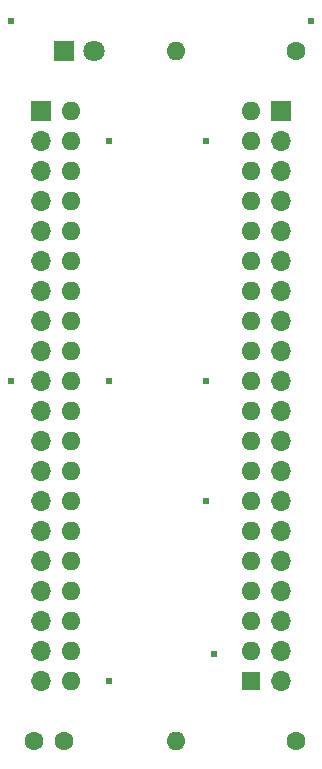
<source format=gts>
G04 #@! TF.GenerationSoftware,KiCad,Pcbnew,(6.0.7-1)-1*
G04 #@! TF.CreationDate,2022-09-03T11:07:13+09:00*
G04 #@! TF.ProjectId,MEZ6502,4d455a36-3530-4322-9e6b-696361645f70,A*
G04 #@! TF.SameCoordinates,PX5f5e100PY8f0d180*
G04 #@! TF.FileFunction,Soldermask,Top*
G04 #@! TF.FilePolarity,Negative*
%FSLAX46Y46*%
G04 Gerber Fmt 4.6, Leading zero omitted, Abs format (unit mm)*
G04 Created by KiCad (PCBNEW (6.0.7-1)-1) date 2022-09-03 11:07:13*
%MOMM*%
%LPD*%
G01*
G04 APERTURE LIST*
%ADD10C,1.600000*%
%ADD11O,1.600000X1.600000*%
%ADD12R,1.800000X1.800000*%
%ADD13C,1.800000*%
%ADD14R,1.600000X1.600000*%
%ADD15R,1.700000X1.700000*%
%ADD16O,1.700000X1.700000*%
%ADD17C,0.605000*%
G04 APERTURE END LIST*
D10*
X25400000Y2540000D03*
D11*
X15240000Y2540000D03*
D12*
X5710000Y60960000D03*
D13*
X8250000Y60960000D03*
D14*
X21590000Y7620000D03*
D11*
X21590000Y10160000D03*
X21590000Y12700000D03*
X21590000Y15240000D03*
X21590000Y17780000D03*
X21590000Y20320000D03*
X21590000Y22860000D03*
X21590000Y25400000D03*
X21590000Y27940000D03*
X21590000Y30480000D03*
X21590000Y33020000D03*
X21590000Y35560000D03*
X21590000Y38100000D03*
X21590000Y40640000D03*
X21590000Y43180000D03*
X21590000Y45720000D03*
X21590000Y48260000D03*
X21590000Y50800000D03*
X21590000Y53340000D03*
X21590000Y55880000D03*
X6350000Y55880000D03*
X6350000Y53340000D03*
X6350000Y50800000D03*
X6350000Y48260000D03*
X6350000Y45720000D03*
X6350000Y43180000D03*
X6350000Y40640000D03*
X6350000Y38100000D03*
X6350000Y35560000D03*
X6350000Y33020000D03*
X6350000Y30480000D03*
X6350000Y27940000D03*
X6350000Y25400000D03*
X6350000Y22860000D03*
X6350000Y20320000D03*
X6350000Y17780000D03*
X6350000Y15240000D03*
X6350000Y12700000D03*
X6350000Y10160000D03*
X6350000Y7620000D03*
D10*
X25400000Y60960000D03*
D11*
X15240000Y60960000D03*
D10*
X5715000Y2540000D03*
X3215000Y2540000D03*
D15*
X3810000Y55875000D03*
D16*
X3810000Y53335000D03*
X3810000Y50795000D03*
X3810000Y48255000D03*
X3810000Y45715000D03*
X3810000Y43175000D03*
X3810000Y40635000D03*
X3810000Y38095000D03*
X3810000Y35555000D03*
X3810000Y33015000D03*
X3810000Y30475000D03*
X3810000Y27935000D03*
X3810000Y25395000D03*
X3810000Y22855000D03*
X3810000Y20315000D03*
X3810000Y17775000D03*
X3810000Y15235000D03*
X3810000Y12695000D03*
X3810000Y10155000D03*
X3810000Y7615000D03*
D15*
X24130000Y55880000D03*
D16*
X24130000Y53340000D03*
X24130000Y50800000D03*
X24130000Y48260000D03*
X24130000Y45720000D03*
X24130000Y43180000D03*
X24130000Y40640000D03*
X24130000Y38100000D03*
X24130000Y35560000D03*
X24130000Y33020000D03*
X24130000Y30480000D03*
X24130000Y27940000D03*
X24130000Y25400000D03*
X24130000Y22860000D03*
X24130000Y20320000D03*
X24130000Y17780000D03*
X24130000Y15240000D03*
X24130000Y12700000D03*
X24130000Y10160000D03*
X24130000Y7620000D03*
D17*
X18415000Y9882700D03*
X1270000Y33020000D03*
X17780000Y22860000D03*
X26670000Y63500000D03*
X9525000Y7620000D03*
X17780000Y53340000D03*
X9525000Y53340000D03*
X1270000Y63500000D03*
X9525000Y33020000D03*
X17780000Y33020000D03*
M02*

</source>
